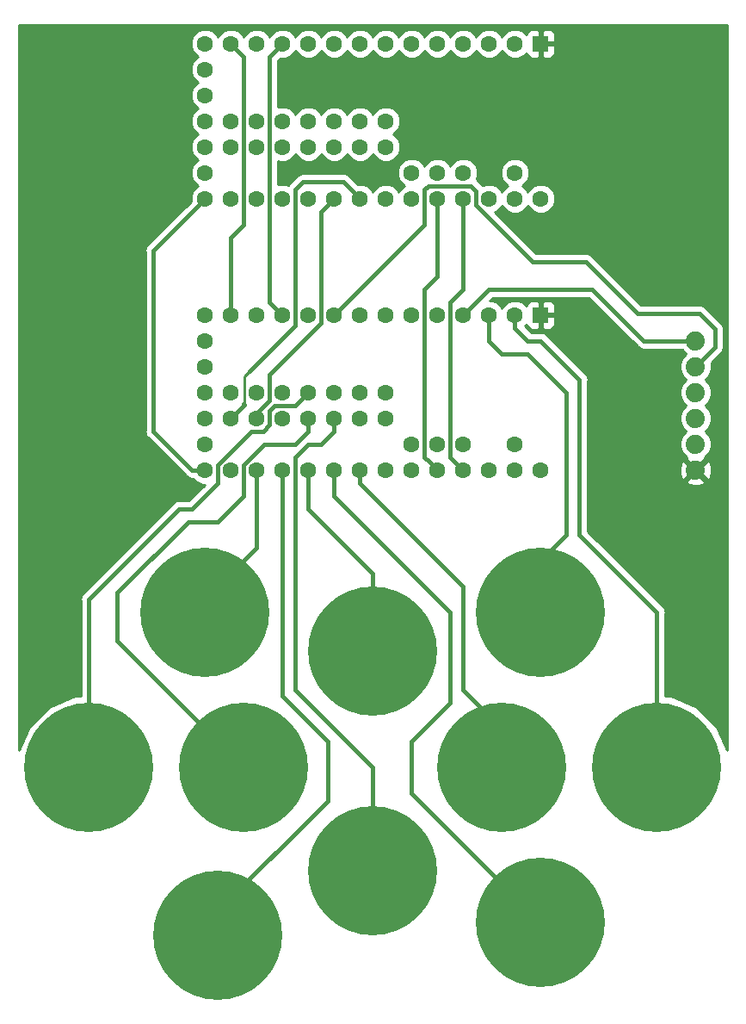
<source format=gbr>
G04 #@! TF.GenerationSoftware,KiCad,Pcbnew,(5.0.0-3-g5ebb6b6)*
G04 #@! TF.CreationDate,2018-09-21T14:43:47-06:00*
G04 #@! TF.ProjectId,Touch_Drum_Built-in_Audio,546F7563685F4472756D5F4275696C74,rev?*
G04 #@! TF.SameCoordinates,Original*
G04 #@! TF.FileFunction,Copper,L2,Bot,Signal*
G04 #@! TF.FilePolarity,Positive*
%FSLAX46Y46*%
G04 Gerber Fmt 4.6, Leading zero omitted, Abs format (unit mm)*
G04 Created by KiCad (PCBNEW (5.0.0-3-g5ebb6b6)) date Friday, September 21, 2018 at 02:43:47 PM*
%MOMM*%
%LPD*%
G01*
G04 APERTURE LIST*
G04 #@! TA.AperFunction,BGAPad,CuDef*
%ADD10C,12.700000*%
G04 #@! TD*
G04 #@! TA.AperFunction,ComponentPad*
%ADD11C,1.879600*%
G04 #@! TD*
G04 #@! TA.AperFunction,ComponentPad*
%ADD12C,1.600000*%
G04 #@! TD*
G04 #@! TA.AperFunction,ComponentPad*
%ADD13R,1.600000X1.600000*%
G04 #@! TD*
G04 #@! TA.AperFunction,Conductor*
%ADD14C,0.406000*%
G04 #@! TD*
G04 #@! TA.AperFunction,Conductor*
%ADD15C,0.355600*%
G04 #@! TD*
G04 #@! TA.AperFunction,Conductor*
%ADD16C,0.250000*%
G04 #@! TD*
G04 #@! TA.AperFunction,Conductor*
%ADD17C,0.254000*%
G04 #@! TD*
G04 APERTURE END LIST*
D10*
G04 #@! TO.P,TP8,P$1*
G04 #@! TO.N,TOUCH_7*
X180340000Y-123190000D03*
G04 #@! TD*
G04 #@! TO.P,TP2,P$1*
G04 #@! TO.N,TOUCH_1*
X196850000Y-97790000D03*
G04 #@! TD*
D11*
G04 #@! TO.P,J1,6*
G04 #@! TO.N,GND*
X212090000Y-83820000D03*
G04 #@! TO.P,J1,5*
G04 #@! TO.N,OLED_DC*
X212090000Y-81280000D03*
G04 #@! TO.P,J1,4*
G04 #@! TO.N,OLED_CS*
X212090000Y-78740000D03*
G04 #@! TO.P,J1,3*
G04 #@! TO.N,OLED_SCK*
X212090000Y-76200000D03*
G04 #@! TO.P,J1,2*
G04 #@! TO.N,OLED_MOSI*
X212090000Y-73660000D03*
G04 #@! TO.P,J1,1*
G04 #@! TO.N,OLED_RST*
X212090000Y-71120000D03*
G04 #@! TD*
D12*
G04 #@! TO.P,U1,51*
G04 #@! TO.N,N/C*
X181610000Y-78740000D03*
G04 #@! TO.P,U1,50*
X179070000Y-78740000D03*
G04 #@! TO.P,U1,49*
G04 #@! TO.N,TOUCH_7*
X176530000Y-78740000D03*
G04 #@! TO.P,U1,48*
G04 #@! TO.N,TOUCH_6*
X173990000Y-78740000D03*
G04 #@! TO.P,U1,47*
G04 #@! TO.N,N/C*
X171450000Y-78740000D03*
G04 #@! TO.P,U1,46*
G04 #@! TO.N,SDA1*
X168910000Y-78740000D03*
G04 #@! TO.P,U1,45*
G04 #@! TO.N,SCL1*
X166370000Y-78740000D03*
G04 #@! TO.P,U1,44*
G04 #@! TO.N,N/C*
X166370000Y-76200000D03*
G04 #@! TO.P,U1,43*
X168910000Y-76200000D03*
G04 #@! TO.P,U1,42*
X171450000Y-76200000D03*
G04 #@! TO.P,U1,41*
G04 #@! TO.N,TOUCH_5*
X173990000Y-76200000D03*
G04 #@! TO.P,U1,40*
G04 #@! TO.N,N/C*
X176530000Y-76200000D03*
G04 #@! TO.P,U1,39*
X179070000Y-76200000D03*
G04 #@! TO.P,U1,38*
X181610000Y-76200000D03*
D13*
G04 #@! TO.P,U1,1*
G04 #@! TO.N,GND*
X196850000Y-68580000D03*
D12*
G04 #@! TO.P,U1,2*
G04 #@! TO.N,TOUCH_0*
X194310000Y-68580000D03*
G04 #@! TO.P,U1,3*
G04 #@! TO.N,TOUCH_1*
X191770000Y-68580000D03*
G04 #@! TO.P,U1,4*
G04 #@! TO.N,OLED_RST*
X189230000Y-68580000D03*
G04 #@! TO.P,U1,5*
G04 #@! TO.N,N/C*
X186690000Y-68580000D03*
G04 #@! TO.P,U1,6*
X184150000Y-68580000D03*
G04 #@! TO.P,U1,7*
X181610000Y-68580000D03*
G04 #@! TO.P,U1,8*
X179070000Y-68580000D03*
G04 #@! TO.P,U1,9*
G04 #@! TO.N,OLED_MOSI*
X176530000Y-68580000D03*
G04 #@! TO.P,U1,10*
G04 #@! TO.N,N/C*
X173990000Y-68580000D03*
G04 #@! TO.P,U1,11*
G04 #@! TO.N,AUDIO_BCLK*
X171450000Y-68580000D03*
G04 #@! TO.P,U1,12*
G04 #@! TO.N,N/C*
X168910000Y-68580000D03*
G04 #@! TO.P,U1,13*
G04 #@! TO.N,AUDIO_MCLK*
X166370000Y-68580000D03*
G04 #@! TO.P,U1,37*
G04 #@! TO.N,N/C*
X184150000Y-81280000D03*
G04 #@! TO.P,U1,36*
X186690000Y-81280000D03*
G04 #@! TO.P,U1,35*
X189230000Y-81280000D03*
G04 #@! TO.P,U1,34*
X194310000Y-81280000D03*
G04 #@! TO.P,U1,33*
X196850000Y-83820000D03*
G04 #@! TO.P,U1,32*
X194310000Y-83820000D03*
G04 #@! TO.P,U1,31*
X191770000Y-83820000D03*
G04 #@! TO.P,U1,30*
G04 #@! TO.N,AUDIO_LRCLK*
X189230000Y-83820000D03*
G04 #@! TO.P,U1,29*
G04 #@! TO.N,AUDIO_DIN*
X186690000Y-83820000D03*
G04 #@! TO.P,U1,28*
G04 #@! TO.N,OLED_DC*
X184150000Y-83820000D03*
G04 #@! TO.P,U1,27*
G04 #@! TO.N,OLED_CS*
X181610000Y-83820000D03*
G04 #@! TO.P,U1,26*
G04 #@! TO.N,TOUCH_9*
X179070000Y-83820000D03*
G04 #@! TO.P,U1,25*
G04 #@! TO.N,TOUCH_8*
X176530000Y-83820000D03*
G04 #@! TO.P,U1,24*
G04 #@! TO.N,TOUCH_4*
X173990000Y-83820000D03*
G04 #@! TO.P,U1,23*
G04 #@! TO.N,TOUCH_3*
X171450000Y-83820000D03*
G04 #@! TO.P,U1,22*
G04 #@! TO.N,TOUCH_2*
X168910000Y-83820000D03*
G04 #@! TO.P,U1,21*
G04 #@! TO.N,OLED_SCK*
X166370000Y-83820000D03*
G04 #@! TO.P,U1,14*
G04 #@! TO.N,N/C*
X163830000Y-68580000D03*
G04 #@! TO.P,U1,15*
X163830000Y-71120000D03*
G04 #@! TO.P,U1,16*
X163830000Y-73660000D03*
G04 #@! TO.P,U1,20*
G04 #@! TO.N,AUDIO_DOUT*
X163830000Y-83820000D03*
G04 #@! TO.P,U1,19*
G04 #@! TO.N,N/C*
X163830000Y-81280000D03*
G04 #@! TO.P,U1,18*
X163830000Y-78740000D03*
G04 #@! TO.P,U1,17*
X163830000Y-76200000D03*
G04 #@! TD*
G04 #@! TO.P,U2,51*
G04 #@! TO.N,N/C*
X181610000Y-52070000D03*
G04 #@! TO.P,U2,50*
X179070000Y-52070000D03*
G04 #@! TO.P,U2,49*
X176530000Y-52070000D03*
G04 #@! TO.P,U2,48*
X173990000Y-52070000D03*
G04 #@! TO.P,U2,47*
X171450000Y-52070000D03*
G04 #@! TO.P,U2,46*
X168910000Y-52070000D03*
G04 #@! TO.P,U2,45*
X166370000Y-52070000D03*
G04 #@! TO.P,U2,44*
X166370000Y-49530000D03*
G04 #@! TO.P,U2,43*
X168910000Y-49530000D03*
G04 #@! TO.P,U2,42*
X171450000Y-49530000D03*
G04 #@! TO.P,U2,41*
X173990000Y-49530000D03*
G04 #@! TO.P,U2,40*
X176530000Y-49530000D03*
G04 #@! TO.P,U2,39*
X179070000Y-49530000D03*
G04 #@! TO.P,U2,38*
X181610000Y-49530000D03*
D13*
G04 #@! TO.P,U2,1*
G04 #@! TO.N,GND*
X196850000Y-41910000D03*
D12*
G04 #@! TO.P,U2,2*
G04 #@! TO.N,N/C*
X194310000Y-41910000D03*
G04 #@! TO.P,U2,3*
X191770000Y-41910000D03*
G04 #@! TO.P,U2,4*
X189230000Y-41910000D03*
G04 #@! TO.P,U2,5*
X186690000Y-41910000D03*
G04 #@! TO.P,U2,6*
X184150000Y-41910000D03*
G04 #@! TO.P,U2,7*
X181610000Y-41910000D03*
G04 #@! TO.P,U2,8*
X179070000Y-41910000D03*
G04 #@! TO.P,U2,9*
X176530000Y-41910000D03*
G04 #@! TO.P,U2,10*
X173990000Y-41910000D03*
G04 #@! TO.P,U2,11*
G04 #@! TO.N,AUDIO_BCLK*
X171450000Y-41910000D03*
G04 #@! TO.P,U2,12*
G04 #@! TO.N,N/C*
X168910000Y-41910000D03*
G04 #@! TO.P,U2,13*
G04 #@! TO.N,AUDIO_MCLK*
X166370000Y-41910000D03*
G04 #@! TO.P,U2,37*
G04 #@! TO.N,N/C*
X184150000Y-54610000D03*
G04 #@! TO.P,U2,36*
X186690000Y-54610000D03*
G04 #@! TO.P,U2,35*
X189230000Y-54610000D03*
G04 #@! TO.P,U2,34*
X194310000Y-54610000D03*
G04 #@! TO.P,U2,33*
X196850000Y-57150000D03*
G04 #@! TO.P,U2,32*
X194310000Y-57150000D03*
G04 #@! TO.P,U2,31*
X191770000Y-57150000D03*
G04 #@! TO.P,U2,30*
G04 #@! TO.N,AUDIO_LRCLK*
X189230000Y-57150000D03*
G04 #@! TO.P,U2,29*
G04 #@! TO.N,AUDIO_DIN*
X186690000Y-57150000D03*
G04 #@! TO.P,U2,28*
G04 #@! TO.N,N/C*
X184150000Y-57150000D03*
G04 #@! TO.P,U2,27*
X181610000Y-57150000D03*
G04 #@! TO.P,U2,26*
G04 #@! TO.N,SCL1*
X179070000Y-57150000D03*
G04 #@! TO.P,U2,25*
G04 #@! TO.N,SDA1*
X176530000Y-57150000D03*
G04 #@! TO.P,U2,24*
G04 #@! TO.N,N/C*
X173990000Y-57150000D03*
G04 #@! TO.P,U2,23*
X171450000Y-57150000D03*
G04 #@! TO.P,U2,22*
X168910000Y-57150000D03*
G04 #@! TO.P,U2,21*
X166370000Y-57150000D03*
G04 #@! TO.P,U2,14*
X163830000Y-41910000D03*
G04 #@! TO.P,U2,15*
X163830000Y-44450000D03*
G04 #@! TO.P,U2,16*
X163830000Y-46990000D03*
G04 #@! TO.P,U2,20*
G04 #@! TO.N,AUDIO_DOUT*
X163830000Y-57150000D03*
G04 #@! TO.P,U2,19*
G04 #@! TO.N,N/C*
X163830000Y-54610000D03*
G04 #@! TO.P,U2,18*
X163830000Y-52070000D03*
G04 #@! TO.P,U2,17*
X163830000Y-49530000D03*
G04 #@! TD*
D10*
G04 #@! TO.P,TP1,P$1*
G04 #@! TO.N,TOUCH_0*
X208280000Y-113030000D03*
G04 #@! TD*
G04 #@! TO.P,TP3,P$1*
G04 #@! TO.N,TOUCH_2*
X163830000Y-97790000D03*
G04 #@! TD*
G04 #@! TO.P,TP4,P$1*
G04 #@! TO.N,TOUCH_3*
X165100000Y-129540000D03*
G04 #@! TD*
G04 #@! TO.P,TP5,P$1*
G04 #@! TO.N,TOUCH_4*
X180340000Y-101600000D03*
G04 #@! TD*
G04 #@! TO.P,TP6,P$1*
G04 #@! TO.N,TOUCH_5*
X152400000Y-113030000D03*
G04 #@! TD*
G04 #@! TO.P,TP7,P$1*
G04 #@! TO.N,TOUCH_6*
X167640000Y-113030000D03*
G04 #@! TD*
G04 #@! TO.P,TP9,P$1*
G04 #@! TO.N,TOUCH_8*
X196850000Y-128270000D03*
G04 #@! TD*
G04 #@! TO.P,TP10,P$1*
G04 #@! TO.N,TOUCH_9*
X193040000Y-113030000D03*
G04 #@! TD*
D14*
G04 #@! TO.N,OLED_RST*
X189230000Y-68580000D02*
X191770000Y-66040000D01*
X191770000Y-66040000D02*
X201930000Y-66040000D01*
X207010000Y-71120000D02*
X212090000Y-71120000D01*
X201930000Y-66040000D02*
X207010000Y-71120000D01*
G04 #@! TO.N,OLED_MOSI*
X177329999Y-67780001D02*
X176530000Y-68580000D01*
X185420000Y-56261000D02*
X185420000Y-59690000D01*
X185801000Y-55880000D02*
X185420000Y-56261000D01*
X213995000Y-71755000D02*
X213995000Y-69977000D01*
X189992000Y-55880000D02*
X185801000Y-55880000D01*
X196078560Y-63373000D02*
X190500000Y-57794440D01*
X190500000Y-56388000D02*
X189992000Y-55880000D01*
X206375000Y-68453000D02*
X201295000Y-63373000D01*
X190500000Y-57794440D02*
X190500000Y-56388000D01*
X185420000Y-59690000D02*
X177329999Y-67780001D01*
X212471000Y-68453000D02*
X206375000Y-68453000D01*
X213995000Y-69977000D02*
X212471000Y-68453000D01*
X201295000Y-63373000D02*
X196078560Y-63373000D01*
X212090000Y-73660000D02*
X213995000Y-71755000D01*
G04 #@! TO.N,TOUCH_0*
X208280000Y-97790000D02*
X208280000Y-113030000D01*
X200660000Y-90170000D02*
X208280000Y-97790000D01*
X200660000Y-74930000D02*
X200660000Y-90170000D01*
X195580000Y-71120000D02*
X196850000Y-71120000D01*
X194310000Y-69850000D02*
X195580000Y-71120000D01*
X196850000Y-71120000D02*
X200660000Y-74930000D01*
X194310000Y-68580000D02*
X194310000Y-69850000D01*
G04 #@! TO.N,TOUCH_1*
X196850000Y-92710000D02*
X196850000Y-97790000D01*
X199390000Y-90170000D02*
X196850000Y-92710000D01*
X193040000Y-72390000D02*
X195580000Y-72390000D01*
X191770000Y-71120000D02*
X193040000Y-72390000D01*
X199390000Y-76200000D02*
X199390000Y-90170000D01*
X195580000Y-72390000D02*
X199390000Y-76200000D01*
X191770000Y-68580000D02*
X191770000Y-71120000D01*
G04 #@! TO.N,TOUCH_2*
X163830000Y-97790000D02*
X163830000Y-96520000D01*
X168910000Y-91440000D02*
X168910000Y-83820000D01*
X163830000Y-96520000D02*
X168910000Y-91440000D01*
G04 #@! TO.N,TOUCH_3*
X175895000Y-116332000D02*
X165100000Y-127127000D01*
X175895000Y-110490000D02*
X175895000Y-116332000D01*
X165100000Y-127127000D02*
X165100000Y-129540000D01*
X171450000Y-106045000D02*
X175895000Y-110490000D01*
X171450000Y-83820000D02*
X171450000Y-106045000D01*
G04 #@! TO.N,TOUCH_4*
X173990000Y-83820000D02*
X173990000Y-87630000D01*
X173990000Y-87630000D02*
X180340000Y-93980000D01*
X180340000Y-93980000D02*
X180340000Y-101600000D01*
G04 #@! TO.N,TOUCH_5*
X170688000Y-77470000D02*
X172720000Y-77470000D01*
X170180000Y-77978000D02*
X170688000Y-77470000D01*
X169545000Y-80010000D02*
X170180000Y-79375000D01*
X170180000Y-79375000D02*
X170180000Y-77978000D01*
X152400000Y-113030000D02*
X152400000Y-96520000D01*
X165100000Y-83309558D02*
X168399558Y-80010000D01*
X168399558Y-80010000D02*
X169545000Y-80010000D01*
X162560000Y-87630000D02*
X165100000Y-85090000D01*
X165100000Y-85090000D02*
X165100000Y-83309558D01*
X172720000Y-77470000D02*
X173990000Y-76200000D01*
X161290000Y-87630000D02*
X162560000Y-87630000D01*
X152400000Y-96520000D02*
X161290000Y-87630000D01*
G04 #@! TO.N,TOUCH_6*
X172720000Y-81280000D02*
X173990000Y-80010000D01*
X167640000Y-83309558D02*
X169669558Y-81280000D01*
X167640000Y-86360000D02*
X167640000Y-83309558D01*
X162179000Y-88900000D02*
X165100000Y-88900000D01*
X169669558Y-81280000D02*
X172720000Y-81280000D01*
X155194000Y-95885000D02*
X162179000Y-88900000D01*
X165100000Y-88900000D02*
X167640000Y-86360000D01*
X155194000Y-100584000D02*
X155194000Y-95885000D01*
X173990000Y-80010000D02*
X173990000Y-78740000D01*
X167640000Y-113030000D02*
X155194000Y-100584000D01*
G04 #@! TO.N,TOUCH_7*
X172720000Y-105410000D02*
X180340000Y-113030000D01*
X176530000Y-78740000D02*
X176530000Y-80010000D01*
X172720000Y-82550000D02*
X172720000Y-105410000D01*
X173990000Y-81280000D02*
X172720000Y-82550000D01*
X175260000Y-81280000D02*
X173990000Y-81280000D01*
X176530000Y-80010000D02*
X175260000Y-81280000D01*
X180340000Y-113030000D02*
X180340000Y-123190000D01*
G04 #@! TO.N,TOUCH_8*
X184150000Y-115570000D02*
X196850000Y-128270000D01*
X176530000Y-83820000D02*
X176530000Y-86360000D01*
X187960000Y-106680000D02*
X184150000Y-110490000D01*
X187960000Y-97790000D02*
X187960000Y-106680000D01*
X184150000Y-110490000D02*
X184150000Y-115570000D01*
X176530000Y-86360000D02*
X187960000Y-97790000D01*
G04 #@! TO.N,TOUCH_9*
X179070000Y-85090000D02*
X179070000Y-83820000D01*
X189230000Y-95250000D02*
X179070000Y-85090000D01*
X189230000Y-105410000D02*
X189230000Y-95250000D01*
X193040000Y-109220000D02*
X189230000Y-105410000D01*
X193040000Y-113030000D02*
X193040000Y-109220000D01*
G04 #@! TO.N,AUDIO_DOUT*
X163830000Y-83820000D02*
X162560000Y-83820000D01*
X162560000Y-83820000D02*
X158750000Y-80010000D01*
X158750000Y-62230000D02*
X163830000Y-57150000D01*
X158750000Y-80010000D02*
X158750000Y-62230000D01*
G04 #@! TO.N,AUDIO_DIN*
X185890001Y-83020001D02*
X186690000Y-83820000D01*
X185420000Y-82550000D02*
X185890001Y-83020001D01*
X185420000Y-66040000D02*
X185420000Y-82550000D01*
X186690000Y-64770000D02*
X185420000Y-66040000D01*
X186690000Y-57150000D02*
X186690000Y-64770000D01*
G04 #@! TO.N,AUDIO_LRCLK*
X189230000Y-57150000D02*
X189230000Y-66040000D01*
X189230000Y-66040000D02*
X187960000Y-67310000D01*
X187960000Y-82550000D02*
X189230000Y-83820000D01*
X187960000Y-67310000D02*
X187960000Y-82550000D01*
G04 #@! TO.N,AUDIO_MCLK*
X166370000Y-68580000D02*
X166370000Y-60960000D01*
X166370000Y-60960000D02*
X167640000Y-59690000D01*
X167640000Y-43180000D02*
X166370000Y-41910000D01*
X167640000Y-59690000D02*
X167640000Y-43180000D01*
G04 #@! TO.N,AUDIO_BCLK*
X171450000Y-68580000D02*
X170180000Y-67310000D01*
X170180000Y-43180000D02*
X171450000Y-41910000D01*
X170180000Y-67310000D02*
X170180000Y-43180000D01*
G04 #@! TO.N,SCL1*
X166370000Y-78740000D02*
X167706999Y-77403001D01*
D15*
X167706999Y-77403001D02*
X167640000Y-77336002D01*
D16*
X167706999Y-74609001D02*
X167706999Y-77403001D01*
X168212557Y-74103443D02*
X167706999Y-74609001D01*
D14*
X178270001Y-56350001D02*
X179070000Y-57150000D01*
X172720000Y-69596000D02*
X172720000Y-56261000D01*
X177419000Y-55499000D02*
X178270001Y-56350001D01*
X172720000Y-56261000D02*
X173482000Y-55499000D01*
X173482000Y-55499000D02*
X177419000Y-55499000D01*
X168212557Y-74103443D02*
X172720000Y-69596000D01*
G04 #@! TO.N,SDA1*
X175730001Y-57949999D02*
X176530000Y-57150000D01*
X175260000Y-58420000D02*
X175730001Y-57949999D01*
X168910000Y-78232000D02*
X170180000Y-76962000D01*
X175260000Y-69342000D02*
X175260000Y-58420000D01*
X170180000Y-74422000D02*
X175260000Y-69342000D01*
X170180000Y-76962000D02*
X170180000Y-74422000D01*
X168910000Y-78740000D02*
X168910000Y-78232000D01*
G04 #@! TD*
D17*
G04 #@! TO.N,GND*
G36*
X215165000Y-66112387D02*
X215165001Y-66112392D01*
X215165000Y-111399176D01*
X214201597Y-109073315D01*
X212236685Y-107108403D01*
X209669403Y-106045000D01*
X209118000Y-106045000D01*
X209118000Y-97872527D01*
X209134416Y-97789999D01*
X209118000Y-97707471D01*
X209118000Y-97707467D01*
X209069378Y-97463029D01*
X208884164Y-97185836D01*
X208814196Y-97139085D01*
X201498000Y-89822890D01*
X201498000Y-84928968D01*
X211160637Y-84928968D01*
X211251923Y-85189580D01*
X211839833Y-85406045D01*
X212465828Y-85381049D01*
X212928077Y-85189580D01*
X213019363Y-84928968D01*
X212090000Y-83999605D01*
X211160637Y-84928968D01*
X201498000Y-84928968D01*
X201498000Y-83569833D01*
X210503955Y-83569833D01*
X210528951Y-84195828D01*
X210720420Y-84658077D01*
X210981032Y-84749363D01*
X211910395Y-83820000D01*
X212269605Y-83820000D01*
X213198968Y-84749363D01*
X213459580Y-84658077D01*
X213676045Y-84070167D01*
X213651049Y-83444172D01*
X213459580Y-82981923D01*
X213198968Y-82890637D01*
X212269605Y-83820000D01*
X211910395Y-83820000D01*
X210981032Y-82890637D01*
X210720420Y-82981923D01*
X210503955Y-83569833D01*
X201498000Y-83569833D01*
X201498000Y-75012533D01*
X201514417Y-74930000D01*
X201449378Y-74603029D01*
X201310915Y-74395804D01*
X201264164Y-74325836D01*
X201194196Y-74279085D01*
X197500917Y-70585807D01*
X197454164Y-70515836D01*
X197176971Y-70330622D01*
X196932533Y-70282000D01*
X196932528Y-70282000D01*
X196850000Y-70265584D01*
X196767472Y-70282000D01*
X195927110Y-70282000D01*
X195282253Y-69637143D01*
X195415000Y-69504396D01*
X195415000Y-69506310D01*
X195511673Y-69739699D01*
X195690302Y-69918327D01*
X195923691Y-70015000D01*
X196564250Y-70015000D01*
X196723000Y-69856250D01*
X196723000Y-68707000D01*
X196977000Y-68707000D01*
X196977000Y-69856250D01*
X197135750Y-70015000D01*
X197776309Y-70015000D01*
X198009698Y-69918327D01*
X198188327Y-69739699D01*
X198285000Y-69506310D01*
X198285000Y-68865750D01*
X198126250Y-68707000D01*
X196977000Y-68707000D01*
X196723000Y-68707000D01*
X196703000Y-68707000D01*
X196703000Y-68453000D01*
X196723000Y-68453000D01*
X196723000Y-67303750D01*
X196977000Y-67303750D01*
X196977000Y-68453000D01*
X198126250Y-68453000D01*
X198285000Y-68294250D01*
X198285000Y-67653690D01*
X198188327Y-67420301D01*
X198009698Y-67241673D01*
X197776309Y-67145000D01*
X197135750Y-67145000D01*
X196977000Y-67303750D01*
X196723000Y-67303750D01*
X196564250Y-67145000D01*
X195923691Y-67145000D01*
X195690302Y-67241673D01*
X195511673Y-67420301D01*
X195415000Y-67653690D01*
X195415000Y-67655604D01*
X195122862Y-67363466D01*
X194595439Y-67145000D01*
X194024561Y-67145000D01*
X193497138Y-67363466D01*
X193093466Y-67767138D01*
X193040000Y-67896216D01*
X192986534Y-67767138D01*
X192582862Y-67363466D01*
X192055439Y-67145000D01*
X191850111Y-67145000D01*
X192117111Y-66878000D01*
X201582890Y-66878000D01*
X206359084Y-71654195D01*
X206405836Y-71724164D01*
X206475804Y-71770915D01*
X206683028Y-71909378D01*
X206741063Y-71920922D01*
X206927467Y-71958000D01*
X206927470Y-71958000D01*
X207010000Y-71974416D01*
X207092530Y-71958000D01*
X210732560Y-71958000D01*
X210754949Y-72012052D01*
X211132897Y-72390000D01*
X210754949Y-72767948D01*
X210515200Y-73346753D01*
X210515200Y-73973247D01*
X210754949Y-74552052D01*
X211132897Y-74930000D01*
X210754949Y-75307948D01*
X210515200Y-75886753D01*
X210515200Y-76513247D01*
X210754949Y-77092052D01*
X211132897Y-77470000D01*
X210754949Y-77847948D01*
X210515200Y-78426753D01*
X210515200Y-79053247D01*
X210754949Y-79632052D01*
X211132897Y-80010000D01*
X210754949Y-80387948D01*
X210515200Y-80966753D01*
X210515200Y-81593247D01*
X210754949Y-82172052D01*
X211195214Y-82612317D01*
X211160637Y-82711032D01*
X212090000Y-83640395D01*
X213019363Y-82711032D01*
X212984786Y-82612317D01*
X213425051Y-82172052D01*
X213664800Y-81593247D01*
X213664800Y-80966753D01*
X213425051Y-80387948D01*
X213047103Y-80010000D01*
X213425051Y-79632052D01*
X213664800Y-79053247D01*
X213664800Y-78426753D01*
X213425051Y-77847948D01*
X213047103Y-77470000D01*
X213425051Y-77092052D01*
X213664800Y-76513247D01*
X213664800Y-75886753D01*
X213425051Y-75307948D01*
X213047103Y-74930000D01*
X213425051Y-74552052D01*
X213664800Y-73973247D01*
X213664800Y-73346753D01*
X213642411Y-73292700D01*
X214529196Y-72405915D01*
X214599164Y-72359164D01*
X214648273Y-72285667D01*
X214784378Y-72081972D01*
X214849417Y-71755000D01*
X214833000Y-71672467D01*
X214833000Y-70059527D01*
X214849416Y-69976999D01*
X214833000Y-69894471D01*
X214833000Y-69894467D01*
X214784378Y-69650029D01*
X214599164Y-69372836D01*
X214529196Y-69326085D01*
X213121917Y-67918807D01*
X213075164Y-67848836D01*
X212797971Y-67663622D01*
X212553533Y-67615000D01*
X212553528Y-67615000D01*
X212471000Y-67598584D01*
X212388472Y-67615000D01*
X206722111Y-67615000D01*
X201945917Y-62838807D01*
X201899164Y-62768836D01*
X201621971Y-62583622D01*
X201377533Y-62535000D01*
X201377528Y-62535000D01*
X201295000Y-62518584D01*
X201212472Y-62535000D01*
X196425670Y-62535000D01*
X192352587Y-58461917D01*
X192582862Y-58366534D01*
X192986534Y-57962862D01*
X193040000Y-57833784D01*
X193093466Y-57962862D01*
X193497138Y-58366534D01*
X194024561Y-58585000D01*
X194595439Y-58585000D01*
X195122862Y-58366534D01*
X195526534Y-57962862D01*
X195580000Y-57833784D01*
X195633466Y-57962862D01*
X196037138Y-58366534D01*
X196564561Y-58585000D01*
X197135439Y-58585000D01*
X197662862Y-58366534D01*
X198066534Y-57962862D01*
X198285000Y-57435439D01*
X198285000Y-56864561D01*
X198066534Y-56337138D01*
X197662862Y-55933466D01*
X197135439Y-55715000D01*
X196564561Y-55715000D01*
X196037138Y-55933466D01*
X195633466Y-56337138D01*
X195580000Y-56466216D01*
X195526534Y-56337138D01*
X195122862Y-55933466D01*
X194993784Y-55880000D01*
X195122862Y-55826534D01*
X195526534Y-55422862D01*
X195745000Y-54895439D01*
X195745000Y-54324561D01*
X195526534Y-53797138D01*
X195122862Y-53393466D01*
X194595439Y-53175000D01*
X194024561Y-53175000D01*
X193497138Y-53393466D01*
X193093466Y-53797138D01*
X192875000Y-54324561D01*
X192875000Y-54895439D01*
X193093466Y-55422862D01*
X193497138Y-55826534D01*
X193626216Y-55880000D01*
X193497138Y-55933466D01*
X193093466Y-56337138D01*
X193040000Y-56466216D01*
X192986534Y-56337138D01*
X192582862Y-55933466D01*
X192055439Y-55715000D01*
X191484561Y-55715000D01*
X191150599Y-55853332D01*
X191104164Y-55783836D01*
X191034193Y-55737083D01*
X190642917Y-55345807D01*
X190596164Y-55275836D01*
X190526668Y-55229401D01*
X190665000Y-54895439D01*
X190665000Y-54324561D01*
X190446534Y-53797138D01*
X190042862Y-53393466D01*
X189515439Y-53175000D01*
X188944561Y-53175000D01*
X188417138Y-53393466D01*
X188013466Y-53797138D01*
X187960000Y-53926216D01*
X187906534Y-53797138D01*
X187502862Y-53393466D01*
X186975439Y-53175000D01*
X186404561Y-53175000D01*
X185877138Y-53393466D01*
X185473466Y-53797138D01*
X185420000Y-53926216D01*
X185366534Y-53797138D01*
X184962862Y-53393466D01*
X184435439Y-53175000D01*
X183864561Y-53175000D01*
X183337138Y-53393466D01*
X182933466Y-53797138D01*
X182715000Y-54324561D01*
X182715000Y-54895439D01*
X182933466Y-55422862D01*
X183337138Y-55826534D01*
X183466216Y-55880000D01*
X183337138Y-55933466D01*
X182933466Y-56337138D01*
X182880000Y-56466216D01*
X182826534Y-56337138D01*
X182422862Y-55933466D01*
X181895439Y-55715000D01*
X181324561Y-55715000D01*
X180797138Y-55933466D01*
X180393466Y-56337138D01*
X180340000Y-56466216D01*
X180286534Y-56337138D01*
X179882862Y-55933466D01*
X179355439Y-55715000D01*
X178820111Y-55715000D01*
X178069917Y-54964807D01*
X178023164Y-54894836D01*
X177745971Y-54709622D01*
X177501533Y-54661000D01*
X177501528Y-54661000D01*
X177419000Y-54644584D01*
X177336472Y-54661000D01*
X173564533Y-54661000D01*
X173482000Y-54644583D01*
X173399467Y-54661000D01*
X173155029Y-54709622D01*
X172877836Y-54894836D01*
X172831085Y-54964804D01*
X172185805Y-55610085D01*
X172115837Y-55656836D01*
X172069086Y-55726804D01*
X172069085Y-55726805D01*
X172002938Y-55825802D01*
X171735439Y-55715000D01*
X171164561Y-55715000D01*
X171018000Y-55775708D01*
X171018000Y-53444292D01*
X171164561Y-53505000D01*
X171735439Y-53505000D01*
X172262862Y-53286534D01*
X172666534Y-52882862D01*
X172720000Y-52753784D01*
X172773466Y-52882862D01*
X173177138Y-53286534D01*
X173704561Y-53505000D01*
X174275439Y-53505000D01*
X174802862Y-53286534D01*
X175206534Y-52882862D01*
X175260000Y-52753784D01*
X175313466Y-52882862D01*
X175717138Y-53286534D01*
X176244561Y-53505000D01*
X176815439Y-53505000D01*
X177342862Y-53286534D01*
X177746534Y-52882862D01*
X177800000Y-52753784D01*
X177853466Y-52882862D01*
X178257138Y-53286534D01*
X178784561Y-53505000D01*
X179355439Y-53505000D01*
X179882862Y-53286534D01*
X180286534Y-52882862D01*
X180340000Y-52753784D01*
X180393466Y-52882862D01*
X180797138Y-53286534D01*
X181324561Y-53505000D01*
X181895439Y-53505000D01*
X182422862Y-53286534D01*
X182826534Y-52882862D01*
X183045000Y-52355439D01*
X183045000Y-51784561D01*
X182826534Y-51257138D01*
X182422862Y-50853466D01*
X182293784Y-50800000D01*
X182422862Y-50746534D01*
X182826534Y-50342862D01*
X183045000Y-49815439D01*
X183045000Y-49244561D01*
X182826534Y-48717138D01*
X182422862Y-48313466D01*
X181895439Y-48095000D01*
X181324561Y-48095000D01*
X180797138Y-48313466D01*
X180393466Y-48717138D01*
X180340000Y-48846216D01*
X180286534Y-48717138D01*
X179882862Y-48313466D01*
X179355439Y-48095000D01*
X178784561Y-48095000D01*
X178257138Y-48313466D01*
X177853466Y-48717138D01*
X177800000Y-48846216D01*
X177746534Y-48717138D01*
X177342862Y-48313466D01*
X176815439Y-48095000D01*
X176244561Y-48095000D01*
X175717138Y-48313466D01*
X175313466Y-48717138D01*
X175260000Y-48846216D01*
X175206534Y-48717138D01*
X174802862Y-48313466D01*
X174275439Y-48095000D01*
X173704561Y-48095000D01*
X173177138Y-48313466D01*
X172773466Y-48717138D01*
X172720000Y-48846216D01*
X172666534Y-48717138D01*
X172262862Y-48313466D01*
X171735439Y-48095000D01*
X171164561Y-48095000D01*
X171018000Y-48155708D01*
X171018000Y-43527110D01*
X171200110Y-43345000D01*
X171735439Y-43345000D01*
X172262862Y-43126534D01*
X172666534Y-42722862D01*
X172720000Y-42593784D01*
X172773466Y-42722862D01*
X173177138Y-43126534D01*
X173704561Y-43345000D01*
X174275439Y-43345000D01*
X174802862Y-43126534D01*
X175206534Y-42722862D01*
X175260000Y-42593784D01*
X175313466Y-42722862D01*
X175717138Y-43126534D01*
X176244561Y-43345000D01*
X176815439Y-43345000D01*
X177342862Y-43126534D01*
X177746534Y-42722862D01*
X177800000Y-42593784D01*
X177853466Y-42722862D01*
X178257138Y-43126534D01*
X178784561Y-43345000D01*
X179355439Y-43345000D01*
X179882862Y-43126534D01*
X180286534Y-42722862D01*
X180340000Y-42593784D01*
X180393466Y-42722862D01*
X180797138Y-43126534D01*
X181324561Y-43345000D01*
X181895439Y-43345000D01*
X182422862Y-43126534D01*
X182826534Y-42722862D01*
X182880000Y-42593784D01*
X182933466Y-42722862D01*
X183337138Y-43126534D01*
X183864561Y-43345000D01*
X184435439Y-43345000D01*
X184962862Y-43126534D01*
X185366534Y-42722862D01*
X185420000Y-42593784D01*
X185473466Y-42722862D01*
X185877138Y-43126534D01*
X186404561Y-43345000D01*
X186975439Y-43345000D01*
X187502862Y-43126534D01*
X187906534Y-42722862D01*
X187960000Y-42593784D01*
X188013466Y-42722862D01*
X188417138Y-43126534D01*
X188944561Y-43345000D01*
X189515439Y-43345000D01*
X190042862Y-43126534D01*
X190446534Y-42722862D01*
X190500000Y-42593784D01*
X190553466Y-42722862D01*
X190957138Y-43126534D01*
X191484561Y-43345000D01*
X192055439Y-43345000D01*
X192582862Y-43126534D01*
X192986534Y-42722862D01*
X193040000Y-42593784D01*
X193093466Y-42722862D01*
X193497138Y-43126534D01*
X194024561Y-43345000D01*
X194595439Y-43345000D01*
X195122862Y-43126534D01*
X195415000Y-42834396D01*
X195415000Y-42836310D01*
X195511673Y-43069699D01*
X195690302Y-43248327D01*
X195923691Y-43345000D01*
X196564250Y-43345000D01*
X196723000Y-43186250D01*
X196723000Y-42037000D01*
X196977000Y-42037000D01*
X196977000Y-43186250D01*
X197135750Y-43345000D01*
X197776309Y-43345000D01*
X198009698Y-43248327D01*
X198188327Y-43069699D01*
X198285000Y-42836310D01*
X198285000Y-42195750D01*
X198126250Y-42037000D01*
X196977000Y-42037000D01*
X196723000Y-42037000D01*
X196703000Y-42037000D01*
X196703000Y-41783000D01*
X196723000Y-41783000D01*
X196723000Y-40633750D01*
X196977000Y-40633750D01*
X196977000Y-41783000D01*
X198126250Y-41783000D01*
X198285000Y-41624250D01*
X198285000Y-40983690D01*
X198188327Y-40750301D01*
X198009698Y-40571673D01*
X197776309Y-40475000D01*
X197135750Y-40475000D01*
X196977000Y-40633750D01*
X196723000Y-40633750D01*
X196564250Y-40475000D01*
X195923691Y-40475000D01*
X195690302Y-40571673D01*
X195511673Y-40750301D01*
X195415000Y-40983690D01*
X195415000Y-40985604D01*
X195122862Y-40693466D01*
X194595439Y-40475000D01*
X194024561Y-40475000D01*
X193497138Y-40693466D01*
X193093466Y-41097138D01*
X193040000Y-41226216D01*
X192986534Y-41097138D01*
X192582862Y-40693466D01*
X192055439Y-40475000D01*
X191484561Y-40475000D01*
X190957138Y-40693466D01*
X190553466Y-41097138D01*
X190500000Y-41226216D01*
X190446534Y-41097138D01*
X190042862Y-40693466D01*
X189515439Y-40475000D01*
X188944561Y-40475000D01*
X188417138Y-40693466D01*
X188013466Y-41097138D01*
X187960000Y-41226216D01*
X187906534Y-41097138D01*
X187502862Y-40693466D01*
X186975439Y-40475000D01*
X186404561Y-40475000D01*
X185877138Y-40693466D01*
X185473466Y-41097138D01*
X185420000Y-41226216D01*
X185366534Y-41097138D01*
X184962862Y-40693466D01*
X184435439Y-40475000D01*
X183864561Y-40475000D01*
X183337138Y-40693466D01*
X182933466Y-41097138D01*
X182880000Y-41226216D01*
X182826534Y-41097138D01*
X182422862Y-40693466D01*
X181895439Y-40475000D01*
X181324561Y-40475000D01*
X180797138Y-40693466D01*
X180393466Y-41097138D01*
X180340000Y-41226216D01*
X180286534Y-41097138D01*
X179882862Y-40693466D01*
X179355439Y-40475000D01*
X178784561Y-40475000D01*
X178257138Y-40693466D01*
X177853466Y-41097138D01*
X177800000Y-41226216D01*
X177746534Y-41097138D01*
X177342862Y-40693466D01*
X176815439Y-40475000D01*
X176244561Y-40475000D01*
X175717138Y-40693466D01*
X175313466Y-41097138D01*
X175260000Y-41226216D01*
X175206534Y-41097138D01*
X174802862Y-40693466D01*
X174275439Y-40475000D01*
X173704561Y-40475000D01*
X173177138Y-40693466D01*
X172773466Y-41097138D01*
X172720000Y-41226216D01*
X172666534Y-41097138D01*
X172262862Y-40693466D01*
X171735439Y-40475000D01*
X171164561Y-40475000D01*
X170637138Y-40693466D01*
X170233466Y-41097138D01*
X170180000Y-41226216D01*
X170126534Y-41097138D01*
X169722862Y-40693466D01*
X169195439Y-40475000D01*
X168624561Y-40475000D01*
X168097138Y-40693466D01*
X167693466Y-41097138D01*
X167640000Y-41226216D01*
X167586534Y-41097138D01*
X167182862Y-40693466D01*
X166655439Y-40475000D01*
X166084561Y-40475000D01*
X165557138Y-40693466D01*
X165153466Y-41097138D01*
X165100000Y-41226216D01*
X165046534Y-41097138D01*
X164642862Y-40693466D01*
X164115439Y-40475000D01*
X163544561Y-40475000D01*
X163017138Y-40693466D01*
X162613466Y-41097138D01*
X162395000Y-41624561D01*
X162395000Y-42195439D01*
X162613466Y-42722862D01*
X163017138Y-43126534D01*
X163146216Y-43180000D01*
X163017138Y-43233466D01*
X162613466Y-43637138D01*
X162395000Y-44164561D01*
X162395000Y-44735439D01*
X162613466Y-45262862D01*
X163017138Y-45666534D01*
X163146216Y-45720000D01*
X163017138Y-45773466D01*
X162613466Y-46177138D01*
X162395000Y-46704561D01*
X162395000Y-47275439D01*
X162613466Y-47802862D01*
X163017138Y-48206534D01*
X163146216Y-48260000D01*
X163017138Y-48313466D01*
X162613466Y-48717138D01*
X162395000Y-49244561D01*
X162395000Y-49815439D01*
X162613466Y-50342862D01*
X163017138Y-50746534D01*
X163146216Y-50800000D01*
X163017138Y-50853466D01*
X162613466Y-51257138D01*
X162395000Y-51784561D01*
X162395000Y-52355439D01*
X162613466Y-52882862D01*
X163017138Y-53286534D01*
X163146216Y-53340000D01*
X163017138Y-53393466D01*
X162613466Y-53797138D01*
X162395000Y-54324561D01*
X162395000Y-54895439D01*
X162613466Y-55422862D01*
X163017138Y-55826534D01*
X163146216Y-55880000D01*
X163017138Y-55933466D01*
X162613466Y-56337138D01*
X162395000Y-56864561D01*
X162395000Y-57399889D01*
X158215805Y-61579085D01*
X158145837Y-61625836D01*
X158099086Y-61695804D01*
X158099085Y-61695805D01*
X157960623Y-61903029D01*
X157895584Y-62230000D01*
X157912001Y-62312533D01*
X157912000Y-79927472D01*
X157895584Y-80010000D01*
X157912000Y-80092528D01*
X157912000Y-80092532D01*
X157960622Y-80336970D01*
X158145836Y-80614164D01*
X158215807Y-80660917D01*
X161909085Y-84354196D01*
X161955836Y-84424164D01*
X162025804Y-84470915D01*
X162233029Y-84609378D01*
X162560000Y-84674417D01*
X162639256Y-84658652D01*
X163017138Y-85036534D01*
X163544561Y-85255000D01*
X163749889Y-85255000D01*
X162212890Y-86792000D01*
X161372533Y-86792000D01*
X161290000Y-86775583D01*
X161207467Y-86792000D01*
X160963029Y-86840622D01*
X160685836Y-87025836D01*
X160639085Y-87095804D01*
X151865805Y-95869085D01*
X151795837Y-95915836D01*
X151749086Y-95985804D01*
X151749085Y-95985805D01*
X151610623Y-96193029D01*
X151545584Y-96520000D01*
X151562001Y-96602533D01*
X151562000Y-106045000D01*
X151010597Y-106045000D01*
X148443315Y-107108403D01*
X146478403Y-109073315D01*
X145515000Y-111399176D01*
X145515000Y-40105000D01*
X215165001Y-40105000D01*
X215165000Y-66112387D01*
X215165000Y-66112387D01*
G37*
X215165000Y-66112387D02*
X215165001Y-66112392D01*
X215165000Y-111399176D01*
X214201597Y-109073315D01*
X212236685Y-107108403D01*
X209669403Y-106045000D01*
X209118000Y-106045000D01*
X209118000Y-97872527D01*
X209134416Y-97789999D01*
X209118000Y-97707471D01*
X209118000Y-97707467D01*
X209069378Y-97463029D01*
X208884164Y-97185836D01*
X208814196Y-97139085D01*
X201498000Y-89822890D01*
X201498000Y-84928968D01*
X211160637Y-84928968D01*
X211251923Y-85189580D01*
X211839833Y-85406045D01*
X212465828Y-85381049D01*
X212928077Y-85189580D01*
X213019363Y-84928968D01*
X212090000Y-83999605D01*
X211160637Y-84928968D01*
X201498000Y-84928968D01*
X201498000Y-83569833D01*
X210503955Y-83569833D01*
X210528951Y-84195828D01*
X210720420Y-84658077D01*
X210981032Y-84749363D01*
X211910395Y-83820000D01*
X212269605Y-83820000D01*
X213198968Y-84749363D01*
X213459580Y-84658077D01*
X213676045Y-84070167D01*
X213651049Y-83444172D01*
X213459580Y-82981923D01*
X213198968Y-82890637D01*
X212269605Y-83820000D01*
X211910395Y-83820000D01*
X210981032Y-82890637D01*
X210720420Y-82981923D01*
X210503955Y-83569833D01*
X201498000Y-83569833D01*
X201498000Y-75012533D01*
X201514417Y-74930000D01*
X201449378Y-74603029D01*
X201310915Y-74395804D01*
X201264164Y-74325836D01*
X201194196Y-74279085D01*
X197500917Y-70585807D01*
X197454164Y-70515836D01*
X197176971Y-70330622D01*
X196932533Y-70282000D01*
X196932528Y-70282000D01*
X196850000Y-70265584D01*
X196767472Y-70282000D01*
X195927110Y-70282000D01*
X195282253Y-69637143D01*
X195415000Y-69504396D01*
X195415000Y-69506310D01*
X195511673Y-69739699D01*
X195690302Y-69918327D01*
X195923691Y-70015000D01*
X196564250Y-70015000D01*
X196723000Y-69856250D01*
X196723000Y-68707000D01*
X196977000Y-68707000D01*
X196977000Y-69856250D01*
X197135750Y-70015000D01*
X197776309Y-70015000D01*
X198009698Y-69918327D01*
X198188327Y-69739699D01*
X198285000Y-69506310D01*
X198285000Y-68865750D01*
X198126250Y-68707000D01*
X196977000Y-68707000D01*
X196723000Y-68707000D01*
X196703000Y-68707000D01*
X196703000Y-68453000D01*
X196723000Y-68453000D01*
X196723000Y-67303750D01*
X196977000Y-67303750D01*
X196977000Y-68453000D01*
X198126250Y-68453000D01*
X198285000Y-68294250D01*
X198285000Y-67653690D01*
X198188327Y-67420301D01*
X198009698Y-67241673D01*
X197776309Y-67145000D01*
X197135750Y-67145000D01*
X196977000Y-67303750D01*
X196723000Y-67303750D01*
X196564250Y-67145000D01*
X195923691Y-67145000D01*
X195690302Y-67241673D01*
X195511673Y-67420301D01*
X195415000Y-67653690D01*
X195415000Y-67655604D01*
X195122862Y-67363466D01*
X194595439Y-67145000D01*
X194024561Y-67145000D01*
X193497138Y-67363466D01*
X193093466Y-67767138D01*
X193040000Y-67896216D01*
X192986534Y-67767138D01*
X192582862Y-67363466D01*
X192055439Y-67145000D01*
X191850111Y-67145000D01*
X192117111Y-66878000D01*
X201582890Y-66878000D01*
X206359084Y-71654195D01*
X206405836Y-71724164D01*
X206475804Y-71770915D01*
X206683028Y-71909378D01*
X206741063Y-71920922D01*
X206927467Y-71958000D01*
X206927470Y-71958000D01*
X207010000Y-71974416D01*
X207092530Y-71958000D01*
X210732560Y-71958000D01*
X210754949Y-72012052D01*
X211132897Y-72390000D01*
X210754949Y-72767948D01*
X210515200Y-73346753D01*
X210515200Y-73973247D01*
X210754949Y-74552052D01*
X211132897Y-74930000D01*
X210754949Y-75307948D01*
X210515200Y-75886753D01*
X210515200Y-76513247D01*
X210754949Y-77092052D01*
X211132897Y-77470000D01*
X210754949Y-77847948D01*
X210515200Y-78426753D01*
X210515200Y-79053247D01*
X210754949Y-79632052D01*
X211132897Y-80010000D01*
X210754949Y-80387948D01*
X210515200Y-80966753D01*
X210515200Y-81593247D01*
X210754949Y-82172052D01*
X211195214Y-82612317D01*
X211160637Y-82711032D01*
X212090000Y-83640395D01*
X213019363Y-82711032D01*
X212984786Y-82612317D01*
X213425051Y-82172052D01*
X213664800Y-81593247D01*
X213664800Y-80966753D01*
X213425051Y-80387948D01*
X213047103Y-80010000D01*
X213425051Y-79632052D01*
X213664800Y-79053247D01*
X213664800Y-78426753D01*
X213425051Y-77847948D01*
X213047103Y-77470000D01*
X213425051Y-77092052D01*
X213664800Y-76513247D01*
X213664800Y-75886753D01*
X213425051Y-75307948D01*
X213047103Y-74930000D01*
X213425051Y-74552052D01*
X213664800Y-73973247D01*
X213664800Y-73346753D01*
X213642411Y-73292700D01*
X214529196Y-72405915D01*
X214599164Y-72359164D01*
X214648273Y-72285667D01*
X214784378Y-72081972D01*
X214849417Y-71755000D01*
X214833000Y-71672467D01*
X214833000Y-70059527D01*
X214849416Y-69976999D01*
X214833000Y-69894471D01*
X214833000Y-69894467D01*
X214784378Y-69650029D01*
X214599164Y-69372836D01*
X214529196Y-69326085D01*
X213121917Y-67918807D01*
X213075164Y-67848836D01*
X212797971Y-67663622D01*
X212553533Y-67615000D01*
X212553528Y-67615000D01*
X212471000Y-67598584D01*
X212388472Y-67615000D01*
X206722111Y-67615000D01*
X201945917Y-62838807D01*
X201899164Y-62768836D01*
X201621971Y-62583622D01*
X201377533Y-62535000D01*
X201377528Y-62535000D01*
X201295000Y-62518584D01*
X201212472Y-62535000D01*
X196425670Y-62535000D01*
X192352587Y-58461917D01*
X192582862Y-58366534D01*
X192986534Y-57962862D01*
X193040000Y-57833784D01*
X193093466Y-57962862D01*
X193497138Y-58366534D01*
X194024561Y-58585000D01*
X194595439Y-58585000D01*
X195122862Y-58366534D01*
X195526534Y-57962862D01*
X195580000Y-57833784D01*
X195633466Y-57962862D01*
X196037138Y-58366534D01*
X196564561Y-58585000D01*
X197135439Y-58585000D01*
X197662862Y-58366534D01*
X198066534Y-57962862D01*
X198285000Y-57435439D01*
X198285000Y-56864561D01*
X198066534Y-56337138D01*
X197662862Y-55933466D01*
X197135439Y-55715000D01*
X196564561Y-55715000D01*
X196037138Y-55933466D01*
X195633466Y-56337138D01*
X195580000Y-56466216D01*
X195526534Y-56337138D01*
X195122862Y-55933466D01*
X194993784Y-55880000D01*
X195122862Y-55826534D01*
X195526534Y-55422862D01*
X195745000Y-54895439D01*
X195745000Y-54324561D01*
X195526534Y-53797138D01*
X195122862Y-53393466D01*
X194595439Y-53175000D01*
X194024561Y-53175000D01*
X193497138Y-53393466D01*
X193093466Y-53797138D01*
X192875000Y-54324561D01*
X192875000Y-54895439D01*
X193093466Y-55422862D01*
X193497138Y-55826534D01*
X193626216Y-55880000D01*
X193497138Y-55933466D01*
X193093466Y-56337138D01*
X193040000Y-56466216D01*
X192986534Y-56337138D01*
X192582862Y-55933466D01*
X192055439Y-55715000D01*
X191484561Y-55715000D01*
X191150599Y-55853332D01*
X191104164Y-55783836D01*
X191034193Y-55737083D01*
X190642917Y-55345807D01*
X190596164Y-55275836D01*
X190526668Y-55229401D01*
X190665000Y-54895439D01*
X190665000Y-54324561D01*
X190446534Y-53797138D01*
X190042862Y-53393466D01*
X189515439Y-53175000D01*
X188944561Y-53175000D01*
X188417138Y-53393466D01*
X188013466Y-53797138D01*
X187960000Y-53926216D01*
X187906534Y-53797138D01*
X187502862Y-53393466D01*
X186975439Y-53175000D01*
X186404561Y-53175000D01*
X185877138Y-53393466D01*
X185473466Y-53797138D01*
X185420000Y-53926216D01*
X185366534Y-53797138D01*
X184962862Y-53393466D01*
X184435439Y-53175000D01*
X183864561Y-53175000D01*
X183337138Y-53393466D01*
X182933466Y-53797138D01*
X182715000Y-54324561D01*
X182715000Y-54895439D01*
X182933466Y-55422862D01*
X183337138Y-55826534D01*
X183466216Y-55880000D01*
X183337138Y-55933466D01*
X182933466Y-56337138D01*
X182880000Y-56466216D01*
X182826534Y-56337138D01*
X182422862Y-55933466D01*
X181895439Y-55715000D01*
X181324561Y-55715000D01*
X180797138Y-55933466D01*
X180393466Y-56337138D01*
X180340000Y-56466216D01*
X180286534Y-56337138D01*
X179882862Y-55933466D01*
X179355439Y-55715000D01*
X178820111Y-55715000D01*
X178069917Y-54964807D01*
X178023164Y-54894836D01*
X177745971Y-54709622D01*
X177501533Y-54661000D01*
X177501528Y-54661000D01*
X177419000Y-54644584D01*
X177336472Y-54661000D01*
X173564533Y-54661000D01*
X173482000Y-54644583D01*
X173399467Y-54661000D01*
X173155029Y-54709622D01*
X172877836Y-54894836D01*
X172831085Y-54964804D01*
X172185805Y-55610085D01*
X172115837Y-55656836D01*
X172069086Y-55726804D01*
X172069085Y-55726805D01*
X172002938Y-55825802D01*
X171735439Y-55715000D01*
X171164561Y-55715000D01*
X171018000Y-55775708D01*
X171018000Y-53444292D01*
X171164561Y-53505000D01*
X171735439Y-53505000D01*
X172262862Y-53286534D01*
X172666534Y-52882862D01*
X172720000Y-52753784D01*
X172773466Y-52882862D01*
X173177138Y-53286534D01*
X173704561Y-53505000D01*
X174275439Y-53505000D01*
X174802862Y-53286534D01*
X175206534Y-52882862D01*
X175260000Y-52753784D01*
X175313466Y-52882862D01*
X175717138Y-53286534D01*
X176244561Y-53505000D01*
X176815439Y-53505000D01*
X177342862Y-53286534D01*
X177746534Y-52882862D01*
X177800000Y-52753784D01*
X177853466Y-52882862D01*
X178257138Y-53286534D01*
X178784561Y-53505000D01*
X179355439Y-53505000D01*
X179882862Y-53286534D01*
X180286534Y-52882862D01*
X180340000Y-52753784D01*
X180393466Y-52882862D01*
X180797138Y-53286534D01*
X181324561Y-53505000D01*
X181895439Y-53505000D01*
X182422862Y-53286534D01*
X182826534Y-52882862D01*
X183045000Y-52355439D01*
X183045000Y-51784561D01*
X182826534Y-51257138D01*
X182422862Y-50853466D01*
X182293784Y-50800000D01*
X182422862Y-50746534D01*
X182826534Y-50342862D01*
X183045000Y-49815439D01*
X183045000Y-49244561D01*
X182826534Y-48717138D01*
X182422862Y-48313466D01*
X181895439Y-48095000D01*
X181324561Y-48095000D01*
X180797138Y-48313466D01*
X180393466Y-48717138D01*
X180340000Y-48846216D01*
X180286534Y-48717138D01*
X179882862Y-48313466D01*
X179355439Y-48095000D01*
X178784561Y-48095000D01*
X178257138Y-48313466D01*
X177853466Y-48717138D01*
X177800000Y-48846216D01*
X177746534Y-48717138D01*
X177342862Y-48313466D01*
X176815439Y-48095000D01*
X176244561Y-48095000D01*
X175717138Y-48313466D01*
X175313466Y-48717138D01*
X175260000Y-48846216D01*
X175206534Y-48717138D01*
X174802862Y-48313466D01*
X174275439Y-48095000D01*
X173704561Y-48095000D01*
X173177138Y-48313466D01*
X172773466Y-48717138D01*
X172720000Y-48846216D01*
X172666534Y-48717138D01*
X172262862Y-48313466D01*
X171735439Y-48095000D01*
X171164561Y-48095000D01*
X171018000Y-48155708D01*
X171018000Y-43527110D01*
X171200110Y-43345000D01*
X171735439Y-43345000D01*
X172262862Y-43126534D01*
X172666534Y-42722862D01*
X172720000Y-42593784D01*
X172773466Y-42722862D01*
X173177138Y-43126534D01*
X173704561Y-43345000D01*
X174275439Y-43345000D01*
X174802862Y-43126534D01*
X175206534Y-42722862D01*
X175260000Y-42593784D01*
X175313466Y-42722862D01*
X175717138Y-43126534D01*
X176244561Y-43345000D01*
X176815439Y-43345000D01*
X177342862Y-43126534D01*
X177746534Y-42722862D01*
X177800000Y-42593784D01*
X177853466Y-42722862D01*
X178257138Y-43126534D01*
X178784561Y-43345000D01*
X179355439Y-43345000D01*
X179882862Y-43126534D01*
X180286534Y-42722862D01*
X180340000Y-42593784D01*
X180393466Y-42722862D01*
X180797138Y-43126534D01*
X181324561Y-43345000D01*
X181895439Y-43345000D01*
X182422862Y-43126534D01*
X182826534Y-42722862D01*
X182880000Y-42593784D01*
X182933466Y-42722862D01*
X183337138Y-43126534D01*
X183864561Y-43345000D01*
X184435439Y-43345000D01*
X184962862Y-43126534D01*
X185366534Y-42722862D01*
X185420000Y-42593784D01*
X185473466Y-42722862D01*
X185877138Y-43126534D01*
X186404561Y-43345000D01*
X186975439Y-43345000D01*
X187502862Y-43126534D01*
X187906534Y-42722862D01*
X187960000Y-42593784D01*
X188013466Y-42722862D01*
X188417138Y-43126534D01*
X188944561Y-43345000D01*
X189515439Y-43345000D01*
X190042862Y-43126534D01*
X190446534Y-42722862D01*
X190500000Y-42593784D01*
X190553466Y-42722862D01*
X190957138Y-43126534D01*
X191484561Y-43345000D01*
X192055439Y-43345000D01*
X192582862Y-43126534D01*
X192986534Y-42722862D01*
X193040000Y-42593784D01*
X193093466Y-42722862D01*
X193497138Y-43126534D01*
X194024561Y-43345000D01*
X194595439Y-43345000D01*
X195122862Y-43126534D01*
X195415000Y-42834396D01*
X195415000Y-42836310D01*
X195511673Y-43069699D01*
X195690302Y-43248327D01*
X195923691Y-43345000D01*
X196564250Y-43345000D01*
X196723000Y-43186250D01*
X196723000Y-42037000D01*
X196977000Y-42037000D01*
X196977000Y-43186250D01*
X197135750Y-43345000D01*
X197776309Y-43345000D01*
X198009698Y-43248327D01*
X198188327Y-43069699D01*
X198285000Y-42836310D01*
X198285000Y-42195750D01*
X198126250Y-42037000D01*
X196977000Y-42037000D01*
X196723000Y-42037000D01*
X196703000Y-42037000D01*
X196703000Y-41783000D01*
X196723000Y-41783000D01*
X196723000Y-40633750D01*
X196977000Y-40633750D01*
X196977000Y-41783000D01*
X198126250Y-41783000D01*
X198285000Y-41624250D01*
X198285000Y-40983690D01*
X198188327Y-40750301D01*
X198009698Y-40571673D01*
X197776309Y-40475000D01*
X197135750Y-40475000D01*
X196977000Y-40633750D01*
X196723000Y-40633750D01*
X196564250Y-40475000D01*
X195923691Y-40475000D01*
X195690302Y-40571673D01*
X195511673Y-40750301D01*
X195415000Y-40983690D01*
X195415000Y-40985604D01*
X195122862Y-40693466D01*
X194595439Y-40475000D01*
X194024561Y-40475000D01*
X193497138Y-40693466D01*
X193093466Y-41097138D01*
X193040000Y-41226216D01*
X192986534Y-41097138D01*
X192582862Y-40693466D01*
X192055439Y-40475000D01*
X191484561Y-40475000D01*
X190957138Y-40693466D01*
X190553466Y-41097138D01*
X190500000Y-41226216D01*
X190446534Y-41097138D01*
X190042862Y-40693466D01*
X189515439Y-40475000D01*
X188944561Y-40475000D01*
X188417138Y-40693466D01*
X188013466Y-41097138D01*
X187960000Y-41226216D01*
X187906534Y-41097138D01*
X187502862Y-40693466D01*
X186975439Y-40475000D01*
X186404561Y-40475000D01*
X185877138Y-40693466D01*
X185473466Y-41097138D01*
X185420000Y-41226216D01*
X185366534Y-41097138D01*
X184962862Y-40693466D01*
X184435439Y-40475000D01*
X183864561Y-40475000D01*
X183337138Y-40693466D01*
X182933466Y-41097138D01*
X182880000Y-41226216D01*
X182826534Y-41097138D01*
X182422862Y-40693466D01*
X181895439Y-40475000D01*
X181324561Y-40475000D01*
X180797138Y-40693466D01*
X180393466Y-41097138D01*
X180340000Y-41226216D01*
X180286534Y-41097138D01*
X179882862Y-40693466D01*
X179355439Y-40475000D01*
X178784561Y-40475000D01*
X178257138Y-40693466D01*
X177853466Y-41097138D01*
X177800000Y-41226216D01*
X177746534Y-41097138D01*
X177342862Y-40693466D01*
X176815439Y-40475000D01*
X176244561Y-40475000D01*
X175717138Y-40693466D01*
X175313466Y-41097138D01*
X175260000Y-41226216D01*
X175206534Y-41097138D01*
X174802862Y-40693466D01*
X174275439Y-40475000D01*
X173704561Y-40475000D01*
X173177138Y-40693466D01*
X172773466Y-41097138D01*
X172720000Y-41226216D01*
X172666534Y-41097138D01*
X172262862Y-40693466D01*
X171735439Y-40475000D01*
X171164561Y-40475000D01*
X170637138Y-40693466D01*
X170233466Y-41097138D01*
X170180000Y-41226216D01*
X170126534Y-41097138D01*
X169722862Y-40693466D01*
X169195439Y-40475000D01*
X168624561Y-40475000D01*
X168097138Y-40693466D01*
X167693466Y-41097138D01*
X167640000Y-41226216D01*
X167586534Y-41097138D01*
X167182862Y-40693466D01*
X166655439Y-40475000D01*
X166084561Y-40475000D01*
X165557138Y-40693466D01*
X165153466Y-41097138D01*
X165100000Y-41226216D01*
X165046534Y-41097138D01*
X164642862Y-40693466D01*
X164115439Y-40475000D01*
X163544561Y-40475000D01*
X163017138Y-40693466D01*
X162613466Y-41097138D01*
X162395000Y-41624561D01*
X162395000Y-42195439D01*
X162613466Y-42722862D01*
X163017138Y-43126534D01*
X163146216Y-43180000D01*
X163017138Y-43233466D01*
X162613466Y-43637138D01*
X162395000Y-44164561D01*
X162395000Y-44735439D01*
X162613466Y-45262862D01*
X163017138Y-45666534D01*
X163146216Y-45720000D01*
X163017138Y-45773466D01*
X162613466Y-46177138D01*
X162395000Y-46704561D01*
X162395000Y-47275439D01*
X162613466Y-47802862D01*
X163017138Y-48206534D01*
X163146216Y-48260000D01*
X163017138Y-48313466D01*
X162613466Y-48717138D01*
X162395000Y-49244561D01*
X162395000Y-49815439D01*
X162613466Y-50342862D01*
X163017138Y-50746534D01*
X163146216Y-50800000D01*
X163017138Y-50853466D01*
X162613466Y-51257138D01*
X162395000Y-51784561D01*
X162395000Y-52355439D01*
X162613466Y-52882862D01*
X163017138Y-53286534D01*
X163146216Y-53340000D01*
X163017138Y-53393466D01*
X162613466Y-53797138D01*
X162395000Y-54324561D01*
X162395000Y-54895439D01*
X162613466Y-55422862D01*
X163017138Y-55826534D01*
X163146216Y-55880000D01*
X163017138Y-55933466D01*
X162613466Y-56337138D01*
X162395000Y-56864561D01*
X162395000Y-57399889D01*
X158215805Y-61579085D01*
X158145837Y-61625836D01*
X158099086Y-61695804D01*
X158099085Y-61695805D01*
X157960623Y-61903029D01*
X157895584Y-62230000D01*
X157912001Y-62312533D01*
X157912000Y-79927472D01*
X157895584Y-80010000D01*
X157912000Y-80092528D01*
X157912000Y-80092532D01*
X157960622Y-80336970D01*
X158145836Y-80614164D01*
X158215807Y-80660917D01*
X161909085Y-84354196D01*
X161955836Y-84424164D01*
X162025804Y-84470915D01*
X162233029Y-84609378D01*
X162560000Y-84674417D01*
X162639256Y-84658652D01*
X163017138Y-85036534D01*
X163544561Y-85255000D01*
X163749889Y-85255000D01*
X162212890Y-86792000D01*
X161372533Y-86792000D01*
X161290000Y-86775583D01*
X161207467Y-86792000D01*
X160963029Y-86840622D01*
X160685836Y-87025836D01*
X160639085Y-87095804D01*
X151865805Y-95869085D01*
X151795837Y-95915836D01*
X151749086Y-95985804D01*
X151749085Y-95985805D01*
X151610623Y-96193029D01*
X151545584Y-96520000D01*
X151562001Y-96602533D01*
X151562000Y-106045000D01*
X151010597Y-106045000D01*
X148443315Y-107108403D01*
X146478403Y-109073315D01*
X145515000Y-111399176D01*
X145515000Y-40105000D01*
X215165001Y-40105000D01*
X215165000Y-66112387D01*
G04 #@! TD*
M02*

</source>
